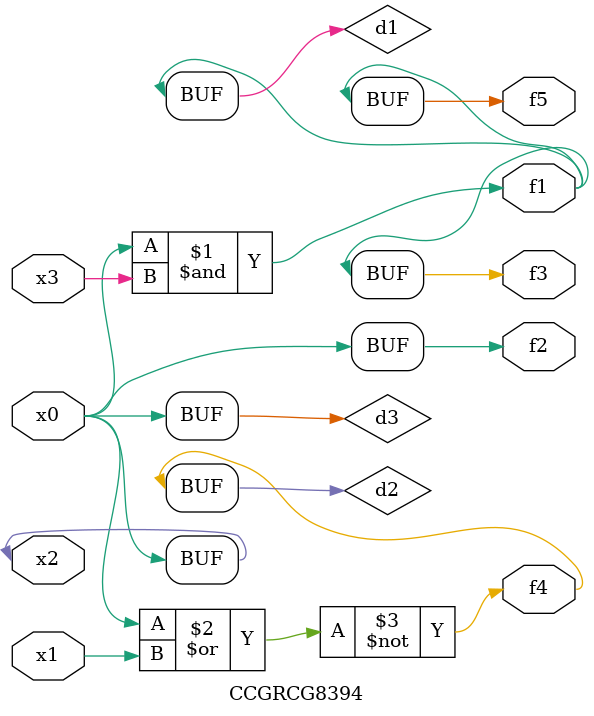
<source format=v>
module CCGRCG8394(
	input x0, x1, x2, x3,
	output f1, f2, f3, f4, f5
);

	wire d1, d2, d3;

	and (d1, x2, x3);
	nor (d2, x0, x1);
	buf (d3, x0, x2);
	assign f1 = d1;
	assign f2 = d3;
	assign f3 = d1;
	assign f4 = d2;
	assign f5 = d1;
endmodule

</source>
